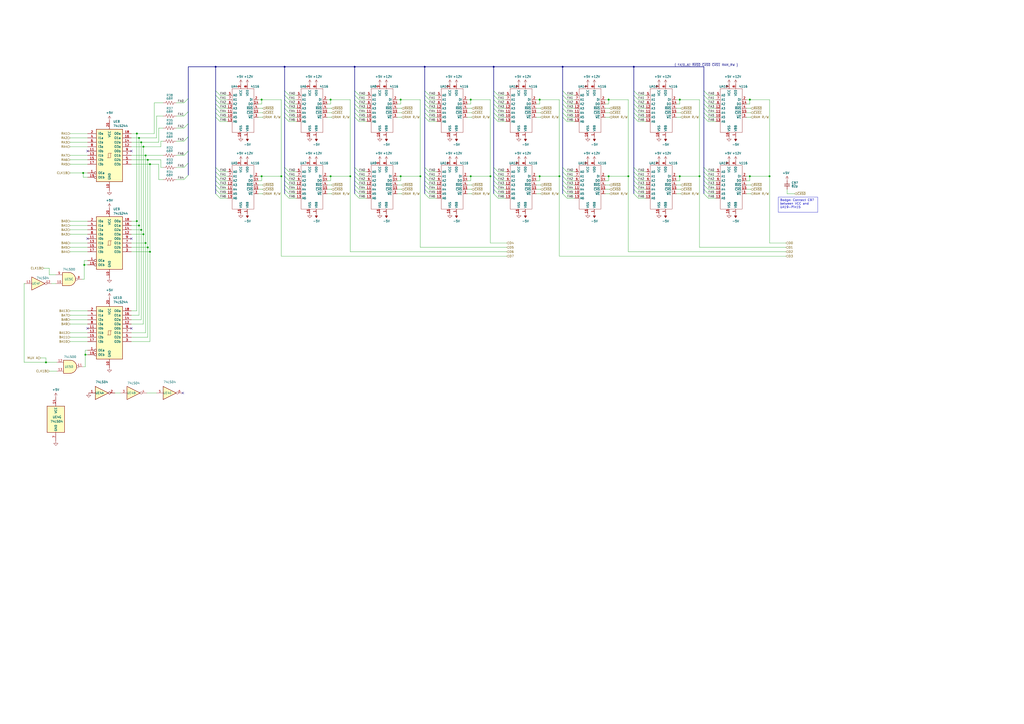
<source format=kicad_sch>
(kicad_sch (version 20250114) (generator "eeschema") (generator_version "9.0")
  (paper "A2")
  (title_block (title "Main RAM") (rev "E") (company "Commodore") (comment 1 "8032081-05") (comment 2 "Logic Diagram Universal Dynamic PET") (comment 3 "http://www.zimmers.net/anonftp/pub/cbm/schematics/computers/pet/univ/8032081-05.gif"))
  (text_box "Bodge: Connect C97 between VCC and UA19-Pin15\n" (at 451.485 114.3 0) (size 22.86 8.89) (margins 0.9525 0.9525 0.9525 0.9525) (effects (font (size 1.27 1.27)) (justify left top)))
  (junction (at 125.095 38.735))
  (junction (at 203.2 102.235))
  (junction (at 81.915 82.55))
  (junction (at 284.48 102.235))
  (junction (at 232.41 102.235))
  (junction (at 79.375 77.47))
  (junction (at 151.765 57.785))
  (junction (at 326.39 38.735))
  (junction (at 273.05 102.235))
  (junction (at 85.725 92.71))
  (junction (at 324.485 102.235))
  (junction (at 80.645 130.81))
  (junction (at 83.185 135.89))
  (junction (at 243.84 102.235))
  (junction (at 26.67 210.185))
  (junction (at 49.53 205.74))
  (junction (at 286.385 38.735))
  (junction (at 48.26 100.33))
  (junction (at 191.77 102.235))
  (junction (at 165.1 38.735))
  (junction (at 48.895 153.67))
  (junction (at 367.665 38.735))
  (junction (at 446.405 102.235))
  (junction (at 394.335 102.235))
  (junction (at 81.915 133.35))
  (junction (at 353.06 57.785))
  (junction (at 353.06 102.235))
  (junction (at 80.645 80.01))
  (junction (at 364.49 102.235))
  (junction (at 191.77 57.785))
  (junction (at 246.38 38.735))
  (junction (at 86.995 146.05))
  (junction (at 434.975 102.235))
  (junction (at 313.055 102.235))
  (junction (at 273.05 57.785))
  (junction (at 79.375 128.27))
  (junction (at 83.185 85.09))
  (junction (at 84.455 90.17))
  (junction (at 163.195 102.235))
  (junction (at 84.455 140.97))
  (junction (at 405.765 102.235))
  (junction (at 232.41 57.785))
  (junction (at 205.74 38.735))
  (junction (at 85.725 143.51))
  (junction (at 151.765 102.235))
  (junction (at 86.995 95.25))
  (junction (at 434.975 57.785))
  (junction (at 394.335 57.785))
  (junction (at 313.055 57.785))
  (no_connect (at 76.2 190.5))
  (no_connect (at 76.2 138.43))
  (no_connect (at 106.045 227.965))
  (no_connect (at 50.8 138.43))
  (no_connect (at 50.8 190.5))
  (no_connect (at 76.2 87.63))
  (no_connect (at 50.8 87.63))
  (bus_entry (at 326.39 60.325) (size 2.54 2.54))
  (bus_entry (at 205.74 65.405) (size 2.54 2.54))
  (bus_entry (at 408.305 109.855) (size 2.54 2.54))
  (bus_entry (at 246.38 57.785) (size 2.54 2.54))
  (bus_entry (at 367.665 104.775) (size 2.54 2.54))
  (bus_entry (at 367.665 102.235) (size 2.54 2.54))
  (bus_entry (at 246.38 112.395) (size 2.54 2.54))
  (bus_entry (at 125.095 62.865) (size 2.54 2.54))
  (bus_entry (at 408.305 55.245) (size 2.54 2.54))
  (bus_entry (at 367.665 67.945) (size 2.54 2.54))
  (bus_entry (at 205.74 102.235) (size 2.54 2.54))
  (bus_entry (at 125.095 60.325) (size 2.54 2.54))
  (bus_entry (at 165.1 52.705) (size 2.54 2.54))
  (bus_entry (at 125.095 55.245) (size 2.54 2.54))
  (bus_entry (at 408.305 99.695) (size 2.54 2.54))
  (bus_entry (at 326.39 112.395) (size 2.54 2.54))
  (bus_entry (at 109.22 87.63) (size -2.54 2.54))
  (bus_entry (at 165.1 62.865) (size 2.54 2.54))
  (bus_entry (at 326.39 65.405) (size 2.54 2.54))
  (bus_entry (at 109.22 64.77) (size -2.54 2.54))
  (bus_entry (at 165.1 97.155) (size 2.54 2.54))
  (bus_entry (at 286.385 99.695) (size 2.54 2.54))
  (bus_entry (at 125.095 112.395) (size 2.54 2.54))
  (bus_entry (at 367.665 99.695) (size 2.54 2.54))
  (bus_entry (at 286.385 102.235) (size 2.54 2.54))
  (bus_entry (at 205.74 107.315) (size 2.54 2.54))
  (bus_entry (at 205.74 57.785) (size 2.54 2.54))
  (bus_entry (at 246.38 62.865) (size 2.54 2.54))
  (bus_entry (at 165.1 112.395) (size 2.54 2.54))
  (bus_entry (at 326.39 67.945) (size 2.54 2.54))
  (bus_entry (at 326.39 52.705) (size 2.54 2.54))
  (bus_entry (at 326.39 62.865) (size 2.54 2.54))
  (bus_entry (at 246.38 97.155) (size 2.54 2.54))
  (bus_entry (at 326.39 99.695) (size 2.54 2.54))
  (bus_entry (at 246.38 104.775) (size 2.54 2.54))
  (bus_entry (at 326.39 97.155) (size 2.54 2.54))
  (bus_entry (at 408.305 62.865) (size 2.54 2.54))
  (bus_entry (at 408.305 57.785) (size 2.54 2.54))
  (bus_entry (at 286.385 60.325) (size 2.54 2.54))
  (bus_entry (at 408.305 60.325) (size 2.54 2.54))
  (bus_entry (at 408.305 67.945) (size 2.54 2.54))
  (bus_entry (at 408.305 52.705) (size 2.54 2.54))
  (bus_entry (at 165.1 109.855) (size 2.54 2.54))
  (bus_entry (at 367.665 107.315) (size 2.54 2.54))
  (bus_entry (at 125.095 104.775) (size 2.54 2.54))
  (bus_entry (at 286.385 104.775) (size 2.54 2.54))
  (bus_entry (at 408.305 65.405) (size 2.54 2.54))
  (bus_entry (at 125.095 97.155) (size 2.54 2.54))
  (bus_entry (at 367.665 112.395) (size 2.54 2.54))
  (bus_entry (at 109.22 71.755) (size -2.54 2.54))
  (bus_entry (at 205.74 52.705) (size 2.54 2.54))
  (bus_entry (at 408.305 112.395) (size 2.54 2.54))
  (bus_entry (at 246.38 65.405) (size 2.54 2.54))
  (bus_entry (at 125.095 109.855) (size 2.54 2.54))
  (bus_entry (at 109.22 94.615) (size -2.54 2.54))
  (bus_entry (at 205.74 104.775) (size 2.54 2.54))
  (bus_entry (at 165.1 102.235) (size 2.54 2.54))
  (bus_entry (at 205.74 97.155) (size 2.54 2.54))
  (bus_entry (at 367.665 52.705) (size 2.54 2.54))
  (bus_entry (at 125.095 52.705) (size 2.54 2.54))
  (bus_entry (at 125.095 99.695) (size 2.54 2.54))
  (bus_entry (at 286.385 65.405) (size 2.54 2.54))
  (bus_entry (at 367.665 62.865) (size 2.54 2.54))
  (bus_entry (at 246.38 55.245) (size 2.54 2.54))
  (bus_entry (at 205.74 109.855) (size 2.54 2.54))
  (bus_entry (at 165.1 60.325) (size 2.54 2.54))
  (bus_entry (at 246.38 109.855) (size 2.54 2.54))
  (bus_entry (at 165.1 67.945) (size 2.54 2.54))
  (bus_entry (at 286.385 109.855) (size 2.54 2.54))
  (bus_entry (at 286.385 112.395) (size 2.54 2.54))
  (bus_entry (at 205.74 55.245) (size 2.54 2.54))
  (bus_entry (at 326.39 109.855) (size 2.54 2.54))
  (bus_entry (at 205.74 112.395) (size 2.54 2.54))
  (bus_entry (at 109.22 101.6) (size -2.54 2.54))
  (bus_entry (at 408.305 107.315) (size 2.54 2.54))
  (bus_entry (at 109.22 57.15) (size -2.54 2.54))
  (bus_entry (at 286.385 52.705) (size 2.54 2.54))
  (bus_entry (at 165.1 99.695) (size 2.54 2.54))
  (bus_entry (at 165.1 104.775) (size 2.54 2.54))
  (bus_entry (at 367.665 97.155) (size 2.54 2.54))
  (bus_entry (at 205.74 67.945) (size 2.54 2.54))
  (bus_entry (at 125.095 65.405) (size 2.54 2.54))
  (bus_entry (at 125.095 67.945) (size 2.54 2.54))
  (bus_entry (at 205.74 60.325) (size 2.54 2.54))
  (bus_entry (at 125.095 57.785) (size 2.54 2.54))
  (bus_entry (at 246.38 60.325) (size 2.54 2.54))
  (bus_entry (at 286.385 62.865) (size 2.54 2.54))
  (bus_entry (at 367.665 55.245) (size 2.54 2.54))
  (bus_entry (at 246.38 107.315) (size 2.54 2.54))
  (bus_entry (at 367.665 65.405) (size 2.54 2.54))
  (bus_entry (at 367.665 57.785) (size 2.54 2.54))
  (bus_entry (at 286.385 57.785) (size 2.54 2.54))
  (bus_entry (at 286.385 67.945) (size 2.54 2.54))
  (bus_entry (at 367.665 60.325) (size 2.54 2.54))
  (bus_entry (at 246.38 102.235) (size 2.54 2.54))
  (bus_entry (at 408.305 102.235) (size 2.54 2.54))
  (bus_entry (at 125.095 102.235) (size 2.54 2.54))
  (bus_entry (at 165.1 57.785) (size 2.54 2.54))
  (bus_entry (at 326.39 55.245) (size 2.54 2.54))
  (bus_entry (at 165.1 107.315) (size 2.54 2.54))
  (bus_entry (at 165.1 65.405) (size 2.54 2.54))
  (bus_entry (at 286.385 107.315) (size 2.54 2.54))
  (bus_entry (at 246.38 52.705) (size 2.54 2.54))
  (bus_entry (at 326.39 104.775) (size 2.54 2.54))
  (bus_entry (at 367.665 109.855) (size 2.54 2.54))
  (bus_entry (at 165.1 55.245) (size 2.54 2.54))
  (bus_entry (at 326.39 57.785) (size 2.54 2.54))
  (bus_entry (at 408.305 104.775) (size 2.54 2.54))
  (bus_entry (at 205.74 62.865) (size 2.54 2.54))
  (bus_entry (at 109.22 79.375) (size -2.54 2.54))
  (bus_entry (at 125.095 107.315) (size 2.54 2.54))
  (bus_entry (at 326.39 107.315) (size 2.54 2.54))
  (bus_entry (at 286.385 97.155) (size 2.54 2.54))
  (bus_entry (at 286.385 55.245) (size 2.54 2.54))
  (bus_entry (at 205.74 99.695) (size 2.54 2.54))
  (bus_entry (at 326.39 102.235) (size 2.54 2.54))
  (bus_entry (at 246.38 99.695) (size 2.54 2.54))
  (bus_entry (at 408.305 97.155) (size 2.54 2.54))
  (bus_entry (at 246.38 67.945) (size 2.54 2.54))
  (wire (pts (xy 28.575 155.575) (xy 28.575 159.385)))
  (wire (pts (xy 230.505 62.865) (xy 233.045 62.865)))
  (wire (pts (xy 49.53 205.74) (xy 50.8 205.74)))
  (wire (pts (xy 288.925 60.325) (xy 293.37 60.325)))
  (bus (pts (xy 286.385 57.785) (xy 286.385 55.245)))
  (wire (pts (xy 203.2 146.05) (xy 203.2 102.235)))
  (wire (pts (xy 288.925 112.395) (xy 293.37 112.395)))
  (wire (pts (xy 370.205 62.865) (xy 374.65 62.865)))
  (wire (pts (xy 167.64 62.865) (xy 172.085 62.865)))
  (bus (pts (xy 286.385 55.245) (xy 286.385 52.705)))
  (wire (pts (xy 94.615 59.69) (xy 89.535 59.69)))
  (wire (pts (xy 189.865 67.945) (xy 192.405 67.945)))
  (bus (pts (xy 125.095 65.405) (xy 125.095 62.865)))
  (wire (pts (xy 271.145 62.865) (xy 273.685 62.865)))
  (wire (pts (xy 394.335 102.235) (xy 394.335 104.775)))
  (bus (pts (xy 286.385 65.405) (xy 286.385 67.945)))
  (wire (pts (xy 80.645 130.81) (xy 80.645 182.88)))
  (bus (pts (xy 125.095 104.775) (xy 125.095 102.235)))
  (wire (pts (xy 191.77 104.775) (xy 189.865 104.775)))
  (wire (pts (xy 288.925 70.485) (xy 293.37 70.485)))
  (wire (pts (xy 328.93 112.395) (xy 333.375 112.395)))
  (bus (pts (xy 367.665 52.705) (xy 367.665 55.245)))
  (wire (pts (xy 328.93 104.775) (xy 333.375 104.775)))
  (wire (pts (xy 248.92 65.405) (xy 253.365 65.405)))
  (wire (pts (xy 230.505 67.945) (xy 233.045 67.945)))
  (wire (pts (xy 271.145 67.945) (xy 273.685 67.945)))
  (wire (pts (xy 66.675 227.965) (xy 69.85 227.965)))
  (bus (pts (xy 205.74 97.155) (xy 205.74 99.695)))
  (wire (pts (xy 248.92 104.775) (xy 253.365 104.775)))
  (wire (pts (xy 151.765 57.785) (xy 151.765 60.325)))
  (wire (pts (xy 163.195 102.235) (xy 151.765 102.235)))
  (bus (pts (xy 165.1 99.695) (xy 165.1 97.155)))
  (bus (pts (xy 205.74 99.695) (xy 205.74 102.235)))
  (wire (pts (xy 392.43 62.865) (xy 394.97 62.865)))
  (wire (pts (xy 232.41 102.235) (xy 232.41 104.775)))
  (wire (pts (xy 94.615 74.295) (xy 92.075 74.295)))
  (wire (pts (xy 434.975 60.325) (xy 433.07 60.325)))
  (wire (pts (xy 40.64 187.96) (xy 50.8 187.96)))
  (wire (pts (xy 433.07 107.315) (xy 435.61 107.315)))
  (wire (pts (xy 248.92 60.325) (xy 253.365 60.325)))
  (bus (pts (xy 246.38 67.945) (xy 246.38 65.405)))
  (wire (pts (xy 167.64 99.695) (xy 172.085 99.695)))
  (wire (pts (xy 313.055 57.785) (xy 324.485 57.785)))
  (wire (pts (xy 328.93 99.695) (xy 333.375 99.695)))
  (wire (pts (xy 49.53 205.74) (xy 49.53 203.2)))
  (bus (pts (xy 367.665 109.855) (xy 367.665 107.315)))
  (wire (pts (xy 167.64 112.395) (xy 172.085 112.395)))
  (wire (pts (xy 311.15 57.785) (xy 313.055 57.785)))
  (bus (pts (xy 367.665 62.865) (xy 367.665 65.405)))
  (wire (pts (xy 248.92 55.245) (xy 253.365 55.245)))
  (wire (pts (xy 40.64 77.47) (xy 50.8 77.47)))
  (wire (pts (xy 351.155 107.315) (xy 353.695 107.315)))
  (bus (pts (xy 286.385 38.735) (xy 326.39 38.735)))
  (wire (pts (xy 85.09 227.965) (xy 90.805 227.965)))
  (bus (pts (xy 326.39 67.945) (xy 326.39 65.405)))
  (wire (pts (xy 48.895 153.67) (xy 50.8 153.67)))
  (wire (pts (xy 189.865 102.235) (xy 191.77 102.235)))
  (wire (pts (xy 324.485 148.59) (xy 324.485 102.235)))
  (wire (pts (xy 392.43 107.315) (xy 394.97 107.315)))
  (wire (pts (xy 86.995 95.25) (xy 76.2 95.25)))
  (wire (pts (xy 208.28 99.695) (xy 212.725 99.695)))
  (wire (pts (xy 106.68 74.295) (xy 102.235 74.295)))
  (wire (pts (xy 167.64 57.785) (xy 172.085 57.785)))
  (bus (pts (xy 246.38 60.325) (xy 246.38 57.785)))
  (bus (pts (xy 408.305 62.865) (xy 408.305 65.405)))
  (wire (pts (xy 127.635 60.325) (xy 132.08 60.325)))
  (bus (pts (xy 408.305 104.775) (xy 408.305 102.235)))
  (wire (pts (xy 127.635 62.865) (xy 132.08 62.865)))
  (wire (pts (xy 370.205 60.325) (xy 374.65 60.325)))
  (wire (pts (xy 328.93 62.865) (xy 333.375 62.865)))
  (wire (pts (xy 76.2 140.97) (xy 84.455 140.97)))
  (wire (pts (xy 370.205 114.935) (xy 374.65 114.935)))
  (bus (pts (xy 205.74 52.705) (xy 205.74 55.245)))
  (bus (pts (xy 109.22 38.735) (xy 125.095 38.735)))
  (bus (pts (xy 286.385 99.695) (xy 286.385 97.155)))
  (wire (pts (xy 127.635 112.395) (xy 132.08 112.395)))
  (bus (pts (xy 326.39 102.235) (xy 326.39 99.695)))
  (wire (pts (xy 364.49 57.785) (xy 364.49 102.235)))
  (wire (pts (xy 189.865 62.865) (xy 192.405 62.865)))
  (wire (pts (xy 49.53 212.725) (xy 49.53 205.74)))
  (wire (pts (xy 106.68 67.31) (xy 102.235 67.31)))
  (wire (pts (xy 189.865 107.315) (xy 192.405 107.315)))
  (wire (pts (xy 324.485 57.785) (xy 324.485 102.235)))
  (bus (pts (xy 326.39 62.865) (xy 326.39 60.325)))
  (wire (pts (xy 40.64 130.81) (xy 50.8 130.81)))
  (bus (pts (xy 326.39 38.735) (xy 326.39 52.705)))
  (wire (pts (xy 208.28 65.405) (xy 212.725 65.405)))
  (wire (pts (xy 76.2 80.01) (xy 80.645 80.01)))
  (wire (pts (xy 83.185 135.89) (xy 83.185 187.96)))
  (bus (pts (xy 326.39 112.395) (xy 326.39 109.855)))
  (bus (pts (xy 165.1 67.945) (xy 165.1 65.405)))
  (wire (pts (xy 90.805 67.31) (xy 90.805 80.01)))
  (wire (pts (xy 84.455 90.17) (xy 94.615 90.17)))
  (wire (pts (xy 92.075 74.295) (xy 92.075 82.55)))
  (wire (pts (xy 26.67 210.185) (xy 33.02 210.185)))
  (wire (pts (xy 311.15 107.315) (xy 313.69 107.315)))
  (wire (pts (xy 248.92 114.935) (xy 253.365 114.935)))
  (bus (pts (xy 246.38 102.235) (xy 246.38 99.695)))
  (wire (pts (xy 208.28 55.245) (xy 212.725 55.245)))
  (bus (pts (xy 246.38 97.155) (xy 246.38 67.945)))
  (bus (pts (xy 205.74 55.245) (xy 205.74 57.785)))
  (wire (pts (xy 33.02 215.265) (xy 28.575 215.265)))
  (wire (pts (xy 328.93 114.935) (xy 333.375 114.935)))
  (bus (pts (xy 246.38 38.735) (xy 205.74 38.735)))
  (bus (pts (xy 367.665 65.405) (xy 367.665 67.945)))
  (wire (pts (xy 208.28 109.855) (xy 212.725 109.855)))
  (wire (pts (xy 127.635 99.695) (xy 132.08 99.695)))
  (wire (pts (xy 94.615 67.31) (xy 90.805 67.31)))
  (wire (pts (xy 167.64 60.325) (xy 172.085 60.325)))
  (wire (pts (xy 433.07 62.865) (xy 435.61 62.865)))
  (wire (pts (xy 84.455 90.17) (xy 84.455 140.97)))
  (wire (pts (xy 461.01 112.395) (xy 456.565 112.395)))
  (bus (pts (xy 125.095 55.245) (xy 125.095 52.705)))
  (wire (pts (xy 40.64 146.05) (xy 50.8 146.05)))
  (bus (pts (xy 246.38 99.695) (xy 246.38 97.155)))
  (bus (pts (xy 326.39 60.325) (xy 326.39 57.785)))
  (wire (pts (xy 76.2 185.42) (xy 81.915 185.42)))
  (wire (pts (xy 434.975 57.785) (xy 446.405 57.785)))
  (wire (pts (xy 48.26 100.33) (xy 50.8 100.33)))
  (wire (pts (xy 76.2 193.04) (xy 84.455 193.04)))
  (wire (pts (xy 410.845 60.325) (xy 415.29 60.325)))
  (wire (pts (xy 191.77 102.235) (xy 203.2 102.235)))
  (wire (pts (xy 79.375 128.27) (xy 76.2 128.27)))
  (bus (pts (xy 408.305 107.315) (xy 408.305 104.775)))
  (wire (pts (xy 288.925 104.775) (xy 293.37 104.775)))
  (wire (pts (xy 392.43 112.395) (xy 394.97 112.395)))
  (bus (pts (xy 165.1 107.315) (xy 165.1 104.775)))
  (bus (pts (xy 246.38 107.315) (xy 246.38 104.775)))
  (bus (pts (xy 326.39 57.785) (xy 326.39 55.245)))
  (bus (pts (xy 367.665 38.735) (xy 408.305 38.735)))
  (bus (pts (xy 367.665 104.775) (xy 367.665 102.235)))
  (bus (pts (xy 367.665 99.695) (xy 367.665 97.155)))
  (wire (pts (xy 232.41 60.325) (xy 230.505 60.325)))
  (wire (pts (xy 273.05 102.235) (xy 284.48 102.235)))
  (wire (pts (xy 353.06 102.235) (xy 364.49 102.235)))
  (bus (pts (xy 165.1 109.855) (xy 165.1 107.315)))
  (wire (pts (xy 410.845 57.785) (xy 415.29 57.785)))
  (wire (pts (xy 370.205 109.855) (xy 374.65 109.855)))
  (wire (pts (xy 76.2 198.12) (xy 86.995 198.12)))
  (bus (pts (xy 125.095 67.945) (xy 125.095 65.405)))
  (wire (pts (xy 328.93 60.325) (xy 333.375 60.325)))
  (wire (pts (xy 288.925 57.785) (xy 293.37 57.785)))
  (wire (pts (xy 313.055 57.785) (xy 313.055 60.325)))
  (wire (pts (xy 394.335 57.785) (xy 394.335 60.325)))
  (wire (pts (xy 392.43 65.405) (xy 394.97 65.405)))
  (wire (pts (xy 167.64 114.935) (xy 172.085 114.935)))
  (wire (pts (xy 288.925 114.935) (xy 293.37 114.935)))
  (wire (pts (xy 40.64 140.97) (xy 50.8 140.97)))
  (wire (pts (xy 433.07 57.785) (xy 434.975 57.785)))
  (wire (pts (xy 40.64 182.88) (xy 50.8 182.88)))
  (wire (pts (xy 40.64 80.01) (xy 50.8 80.01)))
  (wire (pts (xy 80.645 80.01) (xy 80.645 130.81)))
  (bus (pts (xy 367.665 38.735) (xy 326.39 38.735)))
  (wire (pts (xy 328.93 109.855) (xy 333.375 109.855)))
  (bus (pts (xy 286.385 65.405) (xy 286.385 62.865)))
  (wire (pts (xy 273.05 102.235) (xy 273.05 104.775)))
  (wire (pts (xy 149.86 67.945) (xy 152.4 67.945)))
  (wire (pts (xy 149.86 65.405) (xy 152.4 65.405)))
  (wire (pts (xy 370.205 70.485) (xy 374.65 70.485)))
  (wire (pts (xy 313.055 60.325) (xy 311.15 60.325)))
  (wire (pts (xy 248.92 112.395) (xy 253.365 112.395)))
  (bus (pts (xy 165.1 62.865) (xy 165.1 60.325)))
  (wire (pts (xy 106.68 59.69) (xy 102.235 59.69)))
  (wire (pts (xy 48.895 151.13) (xy 50.8 151.13)))
  (wire (pts (xy 79.375 77.47) (xy 79.375 128.27)))
  (bus (pts (xy 286.385 60.325) (xy 286.385 57.785)))
  (bus (pts (xy 326.39 107.315) (xy 326.39 104.775)))
  (bus (pts (xy 408.305 38.735) (xy 408.305 52.705)))
  (bus (pts (xy 367.665 107.315) (xy 367.665 104.775)))
  (bus (pts (xy 165.1 97.155) (xy 165.1 67.945)))
  (wire (pts (xy 288.925 65.405) (xy 293.37 65.405)))
  (bus (pts (xy 246.38 112.395) (xy 246.38 109.855)))
  (bus (pts (xy 165.1 57.785) (xy 165.1 55.245)))
  (bus (pts (xy 205.74 60.325) (xy 205.74 62.865)))
  (wire (pts (xy 273.05 57.785) (xy 284.48 57.785)))
  (wire (pts (xy 433.07 67.945) (xy 435.61 67.945)))
  (wire (pts (xy 353.06 60.325) (xy 351.155 60.325)))
  (bus (pts (xy 125.095 102.235) (xy 125.095 99.695)))
  (wire (pts (xy 76.2 85.09) (xy 83.185 85.09)))
  (wire (pts (xy 163.195 148.59) (xy 163.195 102.235)))
  (wire (pts (xy 248.92 109.855) (xy 253.365 109.855)))
  (wire (pts (xy 271.145 109.855) (xy 273.685 109.855)))
  (wire (pts (xy 13.97 210.185) (xy 26.67 210.185)))
  (bus (pts (xy 408.305 52.705) (xy 408.305 55.245)))
  (wire (pts (xy 434.975 57.785) (xy 434.975 60.325)))
  (bus (pts (xy 408.305 67.945) (xy 408.305 97.155)))
  (wire (pts (xy 248.92 102.235) (xy 253.365 102.235)))
  (bus (pts (xy 205.74 65.405) (xy 205.74 67.945)))
  (wire (pts (xy 81.915 133.35) (xy 76.2 133.35)))
  (wire (pts (xy 40.64 85.09) (xy 50.8 85.09)))
  (wire (pts (xy 191.77 60.325) (xy 189.865 60.325)))
  (wire (pts (xy 313.055 104.775) (xy 311.15 104.775)))
  (wire (pts (xy 40.64 133.35) (xy 50.8 133.35)))
  (wire (pts (xy 102.235 97.155) (xy 106.68 97.155)))
  (bus (pts (xy 408.305 99.695) (xy 408.305 97.155)))
  (wire (pts (xy 76.2 77.47) (xy 79.375 77.47)))
  (wire (pts (xy 271.145 102.235) (xy 273.05 102.235)))
  (wire (pts (xy 49.53 203.2) (xy 50.8 203.2)))
  (bus (pts (xy 165.1 65.405) (xy 165.1 62.865)))
  (wire (pts (xy 288.925 109.855) (xy 293.37 109.855)))
  (wire (pts (xy 40.64 195.58) (xy 50.8 195.58)))
  (wire (pts (xy 93.345 97.155) (xy 93.345 92.71)))
  (bus (pts (xy 246.38 109.855) (xy 246.38 107.315)))
  (wire (pts (xy 313.055 102.235) (xy 324.485 102.235)))
  (wire (pts (xy 149.86 109.855) (xy 152.4 109.855)))
  (wire (pts (xy 284.48 102.235) (xy 284.48 140.97)))
  (wire (pts (xy 167.64 67.945) (xy 172.085 67.945)))
  (wire (pts (xy 81.915 133.35) (xy 81.915 82.55)))
  (wire (pts (xy 149.86 57.785) (xy 151.765 57.785)))
  (wire (pts (xy 40.64 198.12) (xy 50.8 198.12)))
  (bus (pts (xy 246.38 38.735) (xy 286.385 38.735)))
  (wire (pts (xy 370.205 65.405) (xy 374.65 65.405)))
  (wire (pts (xy 456.565 112.395) (xy 456.565 109.855)))
  (wire (pts (xy 446.405 57.785) (xy 446.405 102.235)))
  (wire (pts (xy 311.15 62.865) (xy 313.69 62.865)))
  (wire (pts (xy 328.93 107.315) (xy 333.375 107.315)))
  (wire (pts (xy 353.06 57.785) (xy 364.49 57.785)))
  (bus (pts (xy 165.1 109.855) (xy 165.1 112.395)))
  (bus (pts (xy 408.305 55.245) (xy 408.305 57.785)))
  (bus (pts (xy 205.74 107.315) (xy 205.74 109.855)))
  (bus (pts (xy 125.095 60.325) (xy 125.095 57.785)))
  (wire (pts (xy 28.575 159.385) (xy 32.385 159.385)))
  (wire (pts (xy 151.765 57.785) (xy 163.195 57.785)))
  (wire (pts (xy 410.845 112.395) (xy 415.29 112.395)))
  (wire (pts (xy 191.77 57.785) (xy 191.77 60.325)))
  (wire (pts (xy 370.205 102.235) (xy 374.65 102.235)))
  (wire (pts (xy 208.28 102.235) (xy 212.725 102.235)))
  (wire (pts (xy 149.86 102.235) (xy 151.765 102.235)))
  (wire (pts (xy 40.64 143.51) (xy 50.8 143.51)))
  (bus (pts (xy 246.38 57.785) (xy 246.38 55.245)))
  (wire (pts (xy 455.93 143.51) (xy 405.765 143.51)))
  (wire (pts (xy 89.535 77.47) (xy 79.375 77.47)))
  (wire (pts (xy 273.05 104.775) (xy 271.145 104.775)))
  (bus (pts (xy 367.665 102.235) (xy 367.665 99.695)))
  (bus (pts (xy 109.22 79.375) (xy 109.22 71.755)))
  (wire (pts (xy 311.15 102.235) (xy 313.055 102.235)))
  (bus (pts (xy 326.39 109.855) (xy 326.39 107.315)))
  (wire (pts (xy 127.635 65.405) (xy 132.08 65.405)))
  (wire (pts (xy 394.335 57.785) (xy 405.765 57.785)))
  (wire (pts (xy 167.64 55.245) (xy 172.085 55.245)))
  (wire (pts (xy 40.64 185.42) (xy 50.8 185.42)))
  (wire (pts (xy 48.895 161.925) (xy 48.895 153.67)))
  (wire (pts (xy 351.155 67.945) (xy 353.695 67.945)))
  (wire (pts (xy 40.64 180.34) (xy 50.8 180.34)))
  (wire (pts (xy 93.345 81.915) (xy 93.345 85.09)))
  (bus (pts (xy 408.305 57.785) (xy 408.305 60.325)))
  (wire (pts (xy 167.64 65.405) (xy 172.085 65.405)))
  (bus (pts (xy 125.095 109.855) (xy 125.095 107.315)))
  (bus (pts (xy 109.22 94.615) (xy 109.22 87.63)))
  (wire (pts (xy 288.925 99.695) (xy 293.37 99.695)))
  (wire (pts (xy 230.505 107.315) (xy 233.045 107.315)))
  (wire (pts (xy 127.635 57.785) (xy 132.08 57.785)))
  (bus (pts (xy 109.22 87.63) (xy 109.22 79.375)))
  (bus (pts (xy 205.74 57.785) (xy 205.74 60.325)))
  (wire (pts (xy 167.64 109.855) (xy 172.085 109.855)))
  (wire (pts (xy 288.925 67.945) (xy 293.37 67.945)))
  (wire (pts (xy 84.455 140.97) (xy 84.455 193.04)))
  (wire (pts (xy 364.49 146.05) (xy 364.49 102.235)))
  (bus (pts (xy 326.39 67.945) (xy 326.39 97.155)))
  (bus (pts (xy 408.305 102.235) (xy 408.305 99.695)))
  (wire (pts (xy 208.28 104.775) (xy 212.725 104.775)))
  (bus (pts (xy 367.665 55.245) (xy 367.665 57.785)))
  (wire (pts (xy 410.845 70.485) (xy 415.29 70.485)))
  (bus (pts (xy 367.665 57.785) (xy 367.665 60.325)))
  (bus (pts (xy 165.1 60.325) (xy 165.1 57.785)))
  (wire (pts (xy 433.07 109.855) (xy 435.61 109.855)))
  (bus (pts (xy 408.305 109.855) (xy 408.305 112.395)))
  (wire (pts (xy 40.64 92.71) (xy 50.8 92.71)))
  (wire (pts (xy 127.635 55.245) (xy 132.08 55.245)))
  (bus (pts (xy 408.305 60.325) (xy 408.305 62.865)))
  (wire (pts (xy 394.335 104.775) (xy 392.43 104.775)))
  (bus (pts (xy 246.38 62.865) (xy 246.38 60.325)))
  (bus (pts (xy 165.1 104.775) (xy 165.1 102.235)))
  (wire (pts (xy 76.2 82.55) (xy 81.915 82.55)))
  (wire (pts (xy 230.505 102.235) (xy 232.41 102.235)))
  (wire (pts (xy 410.845 55.245) (xy 415.29 55.245)))
  (wire (pts (xy 151.765 102.235) (xy 151.765 104.775)))
  (wire (pts (xy 243.84 57.785) (xy 243.84 102.235)))
  (wire (pts (xy 79.375 128.27) (xy 79.375 180.34)))
  (wire (pts (xy 106.68 90.17) (xy 102.235 90.17)))
  (bus (pts (xy 286.385 107.315) (xy 286.385 104.775)))
  (wire (pts (xy 405.765 143.51) (xy 405.765 102.235)))
  (wire (pts (xy 76.2 92.71) (xy 85.725 92.71)))
  (wire (pts (xy 410.845 102.235) (xy 415.29 102.235)))
  (bus (pts (xy 246.38 104.775) (xy 246.38 102.235)))
  (bus (pts (xy 205.74 109.855) (xy 205.74 112.395)))
  (wire (pts (xy 93.345 92.71) (xy 85.725 92.71)))
  (bus (pts (xy 367.665 112.395) (xy 367.665 109.855)))
  (wire (pts (xy 394.335 102.235) (xy 405.765 102.235)))
  (wire (pts (xy 189.865 109.855) (xy 192.405 109.855)))
  (bus (pts (xy 205.74 67.945) (xy 205.74 97.155)))
  (wire (pts (xy 83.185 135.89) (xy 76.2 135.89)))
  (wire (pts (xy 93.345 85.09) (xy 83.185 85.09)))
  (wire (pts (xy 106.68 81.915) (xy 102.235 81.915)))
  (wire (pts (xy 392.43 57.785) (xy 394.335 57.785)))
  (wire (pts (xy 328.93 65.405) (xy 333.375 65.405)))
  (wire (pts (xy 40.64 82.55) (xy 50.8 82.55)))
  (wire (pts (xy 232.41 104.775) (xy 230.505 104.775)))
  (wire (pts (xy 90.805 80.01) (xy 80.645 80.01)))
  (wire (pts (xy 208.28 62.865) (xy 212.725 62.865)))
  (wire (pts (xy 455.93 146.05) (xy 364.49 146.05)))
  (wire (pts (xy 86.995 198.12) (xy 86.995 146.05)))
  (wire (pts (xy 92.075 82.55) (xy 81.915 82.55)))
  (bus (pts (xy 286.385 102.235) (xy 286.385 99.695)))
  (wire (pts (xy 232.41 57.785) (xy 232.41 60.325)))
  (wire (pts (xy 313.055 102.235) (xy 313.055 104.775)))
  (bus (pts (xy 286.385 109.855) (xy 286.385 107.315)))
  (wire (pts (xy 370.205 57.785) (xy 374.65 57.785)))
  (bus (pts (xy 165.1 55.245) (xy 165.1 52.705)))
  (wire (pts (xy 167.64 70.485) (xy 172.085 70.485)))
  (bus (pts (xy 286.385 104.775) (xy 286.385 102.235)))
  (wire (pts (xy 47.625 161.925) (xy 48.895 161.925)))
  (wire (pts (xy 405.765 102.235) (xy 405.765 57.785)))
  (wire (pts (xy 351.155 57.785) (xy 353.06 57.785)))
  (bus (pts (xy 125.095 57.785) (xy 125.095 55.245)))
  (wire (pts (xy 14.605 164.465) (xy 13.97 164.465)))
  (wire (pts (xy 455.93 140.97) (xy 446.405 140.97)))
  (wire (pts (xy 230.505 57.785) (xy 232.41 57.785)))
  (bus (pts (xy 125.095 97.155) (xy 125.095 67.945)))
  (bus (pts (xy 109.22 101.6) (xy 109.22 94.615)))
  (wire (pts (xy 288.925 55.245) (xy 293.37 55.245)))
  (wire (pts (xy 294.005 148.59) (xy 163.195 148.59)))
  (wire (pts (xy 230.505 109.855) (xy 233.045 109.855)))
  (wire (pts (xy 288.925 107.315) (xy 293.37 107.315)))
  (wire (pts (xy 191.77 102.235) (xy 191.77 104.775)))
  (wire (pts (xy 243.84 143.51) (xy 243.84 102.235)))
  (wire (pts (xy 328.93 102.235) (xy 333.375 102.235)))
  (wire (pts (xy 410.845 62.865) (xy 415.29 62.865)))
  (bus (pts (xy 205.74 62.865) (xy 205.74 65.405)))
  (wire (pts (xy 23.495 207.645) (xy 26.67 207.645)))
  (wire (pts (xy 151.765 60.325) (xy 149.86 60.325)))
  (wire (pts (xy 191.77 57.785) (xy 203.2 57.785)))
  (wire (pts (xy 248.92 107.315) (xy 253.365 107.315)))
  (wire (pts (xy 311.15 65.405) (xy 313.69 65.405)))
  (wire (pts (xy 351.155 62.865) (xy 353.695 62.865)))
  (wire (pts (xy 127.635 107.315) (xy 132.08 107.315)))
  (wire (pts (xy 127.635 70.485) (xy 132.08 70.485)))
  (wire (pts (xy 248.92 62.865) (xy 253.365 62.865)))
  (wire (pts (xy 102.235 104.14) (xy 106.68 104.14)))
  (wire (pts (xy 167.64 107.315) (xy 172.085 107.315)))
  (wire (pts (xy 167.64 102.235) (xy 172.085 102.235)))
  (wire (pts (xy 13.97 164.465) (xy 13.97 210.185)))
  (wire (pts (xy 208.28 107.315) (xy 212.725 107.315)))
  (wire (pts (xy 208.28 70.485) (xy 212.725 70.485)))
  (bus (pts (xy 109.22 57.15) (xy 109.22 38.735)))
  (bus (pts (xy 125.095 52.705) (xy 125.095 38.735)))
  (wire (pts (xy 85.725 143.51) (xy 76.2 143.51)))
  (bus (pts (xy 205.74 38.735) (xy 205.74 52.705)))
  (wire (pts (xy 89.535 59.69) (xy 89.535 77.47)))
  (wire (pts (xy 248.92 70.485) (xy 253.365 70.485)))
  (wire (pts (xy 208.28 67.945) (xy 212.725 67.945)))
  (wire (pts (xy 328.93 55.245) (xy 333.375 55.245)))
  (bus (pts (xy 286.385 67.945) (xy 286.385 97.155)))
  (wire (pts (xy 434.975 104.775) (xy 433.07 104.775)))
  (wire (pts (xy 40.64 128.27) (xy 50.8 128.27)))
  (wire (pts (xy 433.07 65.405) (xy 435.61 65.405)))
  (wire (pts (xy 83.185 187.96) (xy 76.2 187.96)))
  (wire (pts (xy 271.145 65.405) (xy 273.685 65.405)))
  (wire (pts (xy 189.865 57.785) (xy 191.77 57.785)))
  (wire (pts (xy 149.86 107.315) (xy 152.4 107.315)))
  (wire (pts (xy 48.26 102.87) (xy 48.26 100.33)))
  (wire (pts (xy 271.145 112.395) (xy 273.685 112.395)))
  (wire (pts (xy 311.15 67.945) (xy 313.69 67.945)))
  (wire (pts (xy 351.155 112.395) (xy 353.695 112.395)))
  (wire (pts (xy 328.93 70.485) (xy 333.375 70.485)))
  (wire (pts (xy 40.64 193.04) (xy 50.8 193.04)))
  (bus (pts (xy 408.305 109.855) (xy 408.305 107.315)))
  (wire (pts (xy 271.145 57.785) (xy 273.05 57.785)))
  (wire (pts (xy 455.93 148.59) (xy 324.485 148.59)))
  (wire (pts (xy 248.92 67.945) (xy 253.365 67.945)))
  (wire (pts (xy 394.335 60.325) (xy 392.43 60.325)))
  (wire (pts (xy 434.975 102.235) (xy 434.975 104.775)))
  (wire (pts (xy 410.845 99.695) (xy 415.29 99.695)))
  (wire (pts (xy 288.925 102.235) (xy 293.37 102.235)))
  (wire (pts (xy 149.86 112.395) (xy 152.4 112.395)))
  (wire (pts (xy 76.2 180.34) (xy 79.375 180.34)))
  (bus (pts (xy 286.385 112.395) (xy 286.385 109.855)))
  (wire (pts (xy 48.895 153.67) (xy 48.895 151.13)))
  (bus (pts (xy 286.385 38.735) (xy 286.385 52.705)))
  (bus (pts (xy 326.39 99.695) (xy 326.39 97.155)))
  (wire (pts (xy 294.005 143.51) (xy 243.84 143.51)))
  (wire (pts (xy 273.05 57.785) (xy 273.05 60.325)))
  (bus (pts (xy 165.1 102.235) (xy 165.1 99.695)))
  (wire (pts (xy 208.28 60.325) (xy 212.725 60.325)))
  (wire (pts (xy 50.8 102.87) (xy 48.26 102.87)))
  (wire (pts (xy 410.845 65.405) (xy 415.29 65.405)))
  (wire (pts (xy 311.15 109.855) (xy 313.69 109.855)))
  (bus (pts (xy 246.38 52.705) (xy 246.38 38.735)))
  (wire (pts (xy 94.615 97.155) (xy 93.345 97.155)))
  (wire (pts (xy 86.995 146.05) (xy 76.2 146.05)))
  (bus (pts (xy 326.39 55.245) (xy 326.39 52.705)))
  (wire (pts (xy 410.845 104.775) (xy 415.29 104.775)))
  (wire (pts (xy 26.67 207.645) (xy 26.67 210.185)))
  (bus (pts (xy 246.38 55.245) (xy 246.38 52.705)))
  (wire (pts (xy 230.505 65.405) (xy 233.045 65.405)))
  (wire (pts (xy 410.845 114.935) (xy 415.29 114.935)))
  (wire (pts (xy 167.64 104.775) (xy 172.085 104.775)))
  (wire (pts (xy 351.155 102.235) (xy 353.06 102.235)))
  (wire (pts (xy 294.005 146.05) (xy 203.2 146.05)))
  (wire (pts (xy 127.635 102.235) (xy 132.08 102.235)))
  (wire (pts (xy 92.075 95.25) (xy 86.995 95.25)))
  (wire (pts (xy 80.645 130.81) (xy 76.2 130.81)))
  (bus (pts (xy 205.74 104.775) (xy 205.74 107.315)))
  (wire (pts (xy 353.06 104.775) (xy 351.155 104.775)))
  (wire (pts (xy 433.07 102.235) (xy 434.975 102.235)))
  (wire (pts (xy 40.64 100.33) (xy 48.26 100.33)))
  (wire (pts (xy 81.915 185.42) (xy 81.915 133.35)))
  (wire (pts (xy 94.615 104.14) (xy 92.075 104.14)))
  (wire (pts (xy 86.995 146.05) (xy 86.995 95.25)))
  (wire (pts (xy 370.205 55.245) (xy 374.65 55.245)))
  (wire (pts (xy 351.155 109.855) (xy 353.695 109.855)))
  (wire (pts (xy 85.725 195.58) (xy 76.2 195.58)))
  (bus (pts (xy 125.095 112.395) (xy 125.095 109.855)))
  (wire (pts (xy 284.48 57.785) (xy 284.48 102.235)))
  (wire (pts (xy 40.64 90.17) (xy 50.8 90.17)))
  (bus (pts (xy 246.38 65.405) (xy 246.38 62.865)))
  (wire (pts (xy 127.635 109.855) (xy 132.08 109.855)))
  (wire (pts (xy 48.26 212.725) (xy 49.53 212.725)))
  (bus (pts (xy 408.305 65.405) (xy 408.305 67.945)))
  (bus (pts (xy 125.095 107.315) (xy 125.095 104.775)))
  (bus (pts (xy 165.1 52.705) (xy 165.1 38.735)))
  (wire (pts (xy 328.93 67.945) (xy 333.375 67.945)))
  (wire (pts (xy 92.075 104.14) (xy 92.075 95.25)))
  (wire (pts (xy 29.845 164.465) (xy 32.385 164.465)))
  (wire (pts (xy 271.145 107.315) (xy 273.685 107.315)))
  (bus (pts (xy 205.74 102.235) (xy 205.74 104.775)))
  (wire (pts (xy 232.41 57.785) (xy 243.84 57.785)))
  (wire (pts (xy 25.4 155.575) (xy 28.575 155.575)))
  (bus (pts (xy 109.22 64.77) (xy 109.22 57.15)))
  (wire (pts (xy 85.725 92.71) (xy 85.725 143.51)))
  (bus (pts (xy 165.1 38.735) (xy 205.74 38.735)))
  (wire (pts (xy 410.845 67.945) (xy 415.29 67.945)))
  (bus (pts (xy 125.095 38.735) (xy 165.1 38.735)))
  (bus (pts (xy 109.22 71.755) (xy 109.22 64.77)))
  (wire (pts (xy 392.43 109.855) (xy 394.97 109.855)))
  (bus (pts (xy 367.665 60.325) (xy 367.665 62.865)))
  (wire (pts (xy 208.28 114.935) (xy 212.725 114.935)))
  (wire (pts (xy 248.92 99.695) (xy 253.365 99.695)))
  (wire (pts (xy 163.195 57.785) (xy 163.195 102.235)))
  (bus (pts (xy 326.39 104.775) (xy 326.39 102.235)))
  (wire (pts (xy 392.43 102.235) (xy 394.335 102.235)))
  (wire (pts (xy 94.615 81.915) (xy 93.345 81.915)))
  (wire (pts (xy 248.92 57.785) (xy 253.365 57.785)))
  (wire (pts (xy 311.15 112.395) (xy 313.69 112.395)))
  (wire (pts (xy 76.2 90.17) (xy 84.455 90.17)))
  (wire (pts (xy 446.405 140.97) (xy 446.405 102.235)))
  (bus (pts (xy 125.095 62.865) (xy 125.095 60.325)))
  (wire (pts (xy 151.765 104.775) (xy 149.86 104.775)))
  (wire (pts (xy 410.845 109.855) (xy 415.29 109.855)))
  (wire (pts (xy 127.635 114.935) (xy 132.08 114.935)))
  (wire (pts (xy 40.64 95.25) (xy 50.8 95.25)))
  (wire (pts (xy 351.155 65.405) (xy 353.695 65.405)))
  (wire (pts (xy 208.28 57.785) (xy 212.725 57.785)))
  (wire (pts (xy 273.05 60.325) (xy 271.145 60.325)))
  (wire (pts (xy 434.975 102.235) (xy 446.405 102.235)))
  (wire (pts (xy 370.205 99.695) (xy 374.65 99.695)))
  (wire (pts (xy 127.635 67.945) (xy 132.08 67.945)))
  (bus (pts (xy 326.39 65.405) (xy 326.39 62.865)))
  (wire (pts (xy 127.635 104.775) (xy 132.08 104.775)))
  (wire (pts (xy 149.86 62.865) (xy 152.4 62.865)))
  (wire (pts (xy 208.28 112.395) (xy 212.725 112.395)))
  (wire (pts (xy 370.205 67.945) (xy 374.65 67.945)))
  (wire (pts (xy 294.005 140.97) (xy 284.48 140.97)))
  (bus (pts (xy 286.385 62.865) (xy 286.385 60.325)))
  (wire (pts (xy 203.2 57.785) (xy 203.2 102.235)))
  (wire (pts (xy 353.06 57.785) (xy 353.06 60.325)))
  (wire (pts (xy 40.64 135.89) (xy 50.8 135.89)))
  (bus (pts (xy 367.665 67.945) (xy 367.665 97.155)))
  (wire (pts (xy 243.84 102.235) (xy 232.41 102.235)))
  (bus (pts (xy 125.095 99.695) (xy 125.095 97.155)))
  (wire (pts (xy 80.645 182.88) (xy 76.2 182.88)))
  (wire (pts (xy 433.07 112.395) (xy 435.61 112.395)))
  (wire (pts (xy 288.925 62.865) (xy 293.37 62.865)))
  (wire (pts (xy 230.505 112.395) (xy 233.045 112.395)))
  (wire (pts (xy 328.93 57.785) (xy 333.375 57.785)))
  (wire (pts (xy 189.865 65.405) (xy 192.405 65.405)))
  (bus (pts (xy 367.665 38.735) (xy 367.665 52.705)))
  (wire (pts (xy 410.845 107.315) (xy 415.29 107.315)))
  (wire (pts (xy 85.725 143.51) (xy 85.725 195.58)))
  (wire (pts (xy 370.205 107.315) (xy 374.65 107.315)))
  (wire (pts (xy 370.205 112.395) (xy 374.65 112.395)))
  (wire (pts (xy 370.205 104.775) (xy 374.65 104.775)))
  (wire (pts (xy 83.185 85.09) (xy 83.185 135.89)))
  (wire (pts (xy 392.43 67.945) (xy 394.97 67.945)))
  (wire (pts (xy 189.865 112.395) (xy 192.405 112.395)))
  (wire (pts (xy 353.06 102.235) (xy 353.06 104.775)))
  (label "FA0" (at 248.92 55.245 0))
  (label "FA4" (at 106.68 104.14 180))
  (label "FA4" (at 328.93 109.855 0))
  (label "FA5" (at 410.845 112.395 0))
  (label "FA6" (at 208.28 70.485 0))
  (label "FA4" (at 288.925 109.855 0))
  (label "FA0" (at 167.64 55.245 0))
  (label "FA5" (at 328.93 67.945 0))
  (label "FA3" (at 127.635 107.315 0))
  (label "FA3" (at 370.205 107.315 0))
  (label "FA6" (at 410.845 114.935 0))
  (label "FA5" (at 208.28 67.945 0))
  (label "FA4" (at 208.28 109.855 0))
  (label "FA6" (at 208.28 114.935 0))
  (label "FA5" (at 208.28 112.395 0))
  (label "FA1" (at 410.845 57.785 0))
  (label "FA2" (at 288.925 104.775 0))
  (label "FA0" (at 248.92 99.695 0))
  (label "FA4" (at 127.635 109.855 0))
  (label "FA3" (at 208.28 62.865 0))
  (label "FA6" (at 167.64 114.935 0))
  (label "FA2" (at 370.205 104.775 0))
  (label "FA3" (at 370.205 62.865 0))
  (label "FA1" (at 370.205 57.785 0))
  (label "FA4" (at 167.64 109.855 0))
  (label "FA0" (at 127.635 55.245 0))
  (label "FA3" (at 248.92 107.315 0))
  (label "FA1" (at 328.93 102.235 0))
  (label "FA3" (at 410.845 62.865 0))
  (label "FA0" (at 410.845 99.695 0))
  (label "FA2" (at 127.635 104.775 0))
  (label "FA3" (at 328.93 62.865 0))
  (label "FA6" (at 370.205 70.485 0))
  (label "FA3" (at 288.925 62.865 0))
  (label "FA2" (at 106.68 74.295 180))
  (label "FA5" (at 127.635 67.945 0))
  (label "FA2" (at 127.635 60.325 0))
  (label "FA2" (at 328.93 104.775 0))
  (label "FA0" (at 167.64 99.695 0))
  (label "FA3" (at 127.635 62.865 0))
  (label "FA5" (at 127.635 112.395 0))
  (label "FA6" (at 127.635 70.485 0))
  (label "FA6" (at 288.925 114.935 0))
  (label "FA0" (at 370.205 55.245 0))
  (label "FA5" (at 370.205 67.945 0))
  (label "FA3" (at 248.92 62.865 0))
  (label "FA0" (at 208.28 55.245 0))
  (label "FA2" (at 167.64 60.325 0))
  (label "FA1" (at 248.92 102.235 0))
  (label "FA5" (at 410.845 67.945 0))
  (label "FA4" (at 127.635 65.405 0))
  (label "FA4" (at 410.845 109.855 0))
  (label "FA5" (at 167.64 112.395 0))
  (label "FA6" (at 106.68 90.17 180))
  (label "FA2" (at 370.205 60.325 0))
  (label "FA2" (at 208.28 60.325 0))
  (label "FA1" (at 167.64 57.785 0))
  (label "FA4" (at 370.205 65.405 0))
  (label "FA4" (at 167.64 65.405 0))
  (label "FA2" (at 248.92 104.775 0))
  (label "FA2" (at 288.925 60.325 0))
  (label "FA4" (at 288.925 65.405 0))
  (label "FA1" (at 208.28 57.785 0))
  (label "FA1" (at 328.93 57.785 0))
  (label "FA5" (at 167.64 67.945 0))
  (label "FA1" (at 248.92 57.785 0))
  (label "FA1" (at 127.635 57.785 0))
  (label "FA3" (at 410.845 107.315 0))
  (label "FA6" (at 410.845 70.485 0))
  (label "FA3" (at 167.64 62.865 0))
  (label "FA3" (at 328.93 107.315 0))
  (label "FA1" (at 370.205 102.235 0))
  (label "FA6" (at 328.93 70.485 0))
  (label "FA6" (at 328.93 114.935 0))
  (label "FA6" (at 370.205 114.935 0))
  (label "FA2" (at 248.92 60.325 0))
  (label "FA0" (at 370.205 99.695 0))
  (label "FA0" (at 106.68 59.69 180))
  (label "FA1" (at 288.925 102.235 0))
  (label "FA5" (at 288.925 67.945 0))
  (label "FA0" (at 288.925 99.695 0))
  (label "FA3" (at 208.28 107.315 0))
  (label "FA4" (at 410.845 65.405 0))
  (label "FA5" (at 106.68 97.155 180))
  (label "FA3" (at 106.68 81.915 180))
  (label "FA1" (at 288.925 57.785 0))
  (label "FA6" (at 127.635 114.935 0))
  (label "FA4" (at 370.205 109.855 0))
  (label "FA5" (at 328.93 112.395 0))
  (label "FA5" (at 248.92 112.395 0))
  (label "FA6" (at 167.64 70.485 0))
  (label "FA2" (at 410.845 104.775 0))
  (label "FA5" (at 370.205 112.395 0))
  (label "FA2" (at 328.93 60.325 0))
  (label "FA3" (at 167.64 107.315 0))
  (label "FA0" (at 208.28 99.695 0))
  (label "FA4" (at 248.92 109.855 0))
  (label "FA5" (at 248.92 67.945 0))
  (label "FA4" (at 328.93 65.405 0))
  (label "FA2" (at 208.28 104.775 0))
  (label "FA6" (at 248.92 114.935 0))
  (label "FA0" (at 127.635 99.695 0))
  (label "FA4" (at 248.92 65.405 0))
  (label "FA0" (at 328.93 99.695 0))
  (label "FA2" (at 167.64 104.775 0))
  (label "FA1" (at 167.64 102.235 0))
  (label "FA4" (at 208.28 65.405 0))
  (label "FA6" (at 248.92 70.485 0))
  (label "FA0" (at 410.845 55.245 0))
  (label "FA1" (at 208.28 102.235 0))
  (label "FA5" (at 288.925 112.395 0))
  (label "FA1" (at 127.635 102.235 0))
  (label "FA3" (at 288.925 107.315 0))
  (label "FA1" (at 106.68 67.31 180))
  (label "FA2" (at 410.845 60.325 0))
  (label "FA0" (at 288.925 55.245 0))
  (label "FA6" (at 288.925 70.485 0))
  (label "{ FA[0..6] ~{RAS0} ~{CAS0} ~{CAS1} RAM_RW }" (at 391.16 38.735 0))
  (label "FA0" (at 328.93 55.245 0))
  (label "FA1" (at 410.845 102.235 0))
  (hierarchical_label "RAM R{slash}W" (shape input) (at 435.61 112.395 0))
  (hierarchical_label "BA12" (shape input) (at 40.64 193.04 180))
  (hierarchical_label "~{RAS0}" (shape input) (at 394.97 107.315 0))
  (hierarchical_label "~{CAS1}" (shape input) (at 192.405 65.405 0))
  (hierarchical_label "~{RAS0}" (shape input) (at 192.405 107.315 0))
  (hierarchical_label "RAM R{slash}W" (shape input) (at 192.405 67.945 0))
  (hierarchical_label "~{CAS0}" (shape input) (at 313.69 109.855 0))
  (hierarchical_label "RA7" (shape input) (at 40.64 90.17 180))
  (hierarchical_label "D4" (shape input) (at 294.005 140.97 0))
  (hierarchical_label "RAM R{slash}W" (shape input) (at 273.685 112.395 0))
  (hierarchical_label "RAM R{slash}W" (shape input) (at 233.045 112.395 0))
  (hierarchical_label "D6" (shape input) (at 294.005 146.05 0))
  (hierarchical_label "BA5" (shape input) (at 40.64 143.51 180))
  (hierarchical_label "~{RAS0}" (shape input) (at 313.69 107.315 0))
  (hierarchical_label "RAM R{slash}W" (shape input) (at 353.695 112.395 0))
  (hierarchical_label "BA7" (shape input) (at 40.64 182.88 180))
  (hierarchical_label "RAM R{slash}W" (shape input) (at 394.97 112.395 0))
  (hierarchical_label "~{CAS1}" (shape input) (at 152.4 65.405 0))
  (hierarchical_label "~{RAS0}" (shape input) (at 192.405 62.865 0))
  (hierarchical_label "~{CAS0}" (shape input) (at 233.045 109.855 0))
  (hierarchical_label "~{CAS0}" (shape input) (at 192.405 109.855 0))
  (hierarchical_label "~{CAS0}" (shape input) (at 394.97 109.855 0))
  (hierarchical_label "~{CAS0}" (shape input) (at 152.4 109.855 0))
  (hierarchical_label "BA0" (shape input) (at 40.64 128.27 180))
  (hierarchical_label "BA10" (shape input) (at 40.64 198.12 180))
  (hierarchical_label "~{RAS0}" (shape input) (at 313.69 62.865 0))
  (hierarchical_label "BA11" (shape input) (at 40.64 195.58 180))
  (hierarchical_label "RAM R{slash}W" (shape input) (at 313.69 112.395 0))
  (hierarchical_label "RAM R{slash}W" (shape input) (at 273.685 67.945 0))
  (hierarchical_label "CLK1B" (shape input) (at 40.64 100.33 180))
  (hierarchical_label "RAM R{slash}W" (shape input) (at 313.69 67.945 0))
  (hierarchical_label "~{RAS0}" (shape input) (at 273.685 62.865 0))
  (hierarchical_label "~{CAS1}" (shape input) (at 273.685 65.405 0))
  (hierarchical_label "RAM R{slash}W" (shape input) (at 394.97 67.945 0))
  (hierarchical_label "~{RAS0}" (shape input) (at 353.695 62.865 0))
  (hierarchical_label "~{CAS1}" (shape input) (at 353.695 65.405 0))
  (hierarchical_label "RA6" (shape input) (at 40.64 92.71 180))
  (hierarchical_label "~{CAS1}" (shape input) (at 394.97 65.405 0))
  (hierarchical_label "RAM R{slash}W" (shape input) (at 353.695 67.945 0))
  (hierarchical_label "BA8" (shape input) (at 40.64 185.42 180))
  (hierarchical_label "BA13" (shape input) (at 40.64 180.34 180))
  (hierarchical_label "~{RAS0}" (shape input) (at 353.695 107.315 0))
  (hierarchical_label "RA5" (shape input) (at 40.64 95.25 180))
  (hierarchical_label "MUX A" (shape input) (at 23.495 207.645 180))
  (hierarchical_label "~{RAS0}" (shape input) (at 152.4 62.865 0))
  (hierarchical_label "BA9" (shape input) (at 40.64 187.96 180))
  (hierarchical_label "RAM R{slash}W" (shape input) (at 152.4 112.395 0))
  (hierarchical_label "CLK1B" (shape input) (at 28.575 215.265 180))
  (hierarchical_label "~{CAS1}" (shape input) (at 435.61 65.405 0))
  (hierarchical_label "RA2" (shape input) (at 40.64 80.01 180))
  (hierarchical_label "~{RAS0}" (shape input) (at 273.685 107.315 0))
  (hierarchical_label "~{CAS0}" (shape input) (at 435.61 109.855 0))
  (hierarchical_label "~{CAS0}" (shape input) (at 353.695 109.855 0))
  (hierarchical_label "CLK1B" (shape input) (at 25.4 155.575 180))
  (hierarchical_label "RAM R{slash}W" (shape input) (at 233.045 67.945 0))
  (hierarchical_label "D1" (shape input) (at 455.93 143.51 0))
  (hierarchical_label "D2" (shape input) (at 455.93 146.05 0))
  (hierarchical_label "D5" (shape input) (at 294.005 143.51 0))
  (hierarchical_label "~{RAS0}" (shape input) (at 394.97 62.865 0))
  (hierarchical_label "~{RAS0}" (shape input) (at 435.61 107.315 0))
  (hierarchical_label "BA3" (shape input) (at 40.64 135.89 180))
  (hierarchical_label "~{CAS0}" (shape input) (at 461.01 112.395 0))
  (hierarchical_label "~{RAS0}" (shape input) (at 233.045 107.315 0))
  (hierarchical_label "BA1" (shape input) (at 40.64 130.81 180))
  (hierarchical_label "BA4" (shape input) (at 40.64 146.05 180))
  (hierarchical_label "BA2" (shape input) (at 40.64 133.35 180))
  (hierarchical_label "RAM R{slash}W" (shape input) (at 152.4 67.945 0))
  (hierarchical_label "RA1" (shape input) (at 40.64 77.47 180))
  (hierarchical_label "~{RAS0}" (shape input) (at 233.045 62.865 0))
  (hierarchical_label "~{CAS1}" (shape input) (at 233.045 65.405 0))
  (hierarchical_label "D0" (shape input) (at 455.93 140.97 0))
  (hierarchical_label "BA6" (shape input) (at 40.64 140.97 180))
  (hierarchical_label "D3" (shape input) (at 455.93 148.59 0))
  (hierarchical_label "RA3" (shape input) (at 40.64 82.55 180))
  (hierarchical_label "RA4" (shape input) (at 40.64 85.09 180))
  (hierarchical_label "~{RAS0}" (shape input) (at 152.4 107.315 0))
  (hierarchical_label "D7" (shape input) (at 294.005 148.59 0))
  (hierarchical_label "RAM R{slash}W" (shape input) (at 435.61 67.945 0))
  (hierarchical_label "~{CAS1}" (shape input) (at 313.69 65.405 0))
  (hierarchical_label "RAM R{slash}W" (shape input) (at 192.405 112.395 0))
  (hierarchical_label "~{CAS0}" (shape input) (at 273.685 109.855 0))
  (hierarchical_label "~{RAS0}" (shape input) (at 435.61 62.865 0))
  (symbol (lib_id "power:-5V") (at 143.51 79.375 180) (unit 1)
    (property "Reference" "#PWR0180" (effects (hide yes)))
    (property "Value" "-5V" (at 143.51 83.82 0))
  )
  (symbol (lib_id "power:-5V") (at 426.72 123.825 180) (unit 1)
    (property "Reference" "#PWR0198" (effects (hide yes)))
    (property "Value" "-5V" (at 426.72 128.27 0))
  )
  (symbol (lib_id "74xx:74LS04") (at 59.055 227.965 0) (unit 1)
    (property "Reference" "UE4" (at 57.785 227.965 0))
    (property "Value" "74LS04" (at 59.055 221.615 0))
    (property "Footprint" "Package_DIP:DIP-14_W7.62mm" (effects (hide yes)))
    (property "Datasheet" "http://www.ti.com/lit/gpn/sn74LS04" (effects (hide yes)))
  )
  (symbol (lib_id "power:-5V") (at 426.72 79.375 180) (unit 1)
    (property "Reference" "#PWR0196" (effects (hide yes)))
    (property "Value" "-5V" (at 426.72 83.82 0))
  )
  (symbol (lib_id "power:GND") (at 63.5 213.36 0) (unit 1)
    (property "Reference" "#PWR0146" (effects (hide yes)))
    (property "Value" "GND" (effects (hide yes)))
  )
  (symbol (lib_id "power:+5V") (at 32.385 230.505 0) (unit 1)
    (property "Reference" "#PWR0303" (effects (hide yes)))
    (property "Value" "+5V" (at 32.385 226.06 0))
  )
  (symbol (lib_id "74xx:74LS00") (at 40.005 161.925 0) (unit 3)
    (property "Reference" "UE5" (at 40.005 161.925 0))
    (property "Value" "74LS00" (at 39.9967 156.21 0))
    (property "Footprint" "Package_DIP:DIP-14_W7.62mm" (effects (hide yes)))
    (property "Datasheet" "http://www.ti.com/lit/gpn/sn74ls00" (effects (hide yes)))
  )
  (symbol (lib_id "power:+5V") (at 340.995 93.345 0) (unit 1)
    (property "Reference" "#PWR0170" (effects (hide yes)))
    (property "Value" "+5V" (at 340.36 88.9 0))
  )
  (symbol (lib_id "RAM:4116") (at 298.45 60.325 0) (unit 1)
    (property "Reference" "UA12" (at 295.275 50.165 0) (effects (justify left)))
    (property "Value" "4116" (at 306.705 50.165 0) (effects (justify left)))
    (property "Footprint" "Package_DIP:DIP-16_W7.62mm" (effects (hide yes)))
  )
  (symbol (lib_id "RAM:4116") (at 420.37 104.775 0) (unit 1)
    (property "Reference" "UA19" (at 417.195 94.615 0) (effects (justify left)))
    (property "Value" "4116" (at 428.625 94.615 0) (effects (justify left)))
    (property "Footprint" "Package_DIP:DIP-16_W7.62mm" (effects (hide yes)))
  )
  (symbol (lib_id "power:+12V") (at 426.72 48.895 0) (unit 1)
    (property "Reference" "#PWR0166" (effects (hide yes)))
    (property "Value" "+12V" (at 427.355 44.45 0))
  )
  (symbol (lib_id "power:+12V") (at 386.08 93.345 0) (unit 1)
    (property "Reference" "#PWR0169" (effects (hide yes)))
    (property "Value" "+12V" (at 386.715 88.9 0))
  )
  (symbol (lib_id "RAM:4116") (at 217.805 104.775 0) (unit 1)
    (property "Reference" "UA9" (at 214.63 94.615 0) (effects (justify left)))
    (property "Value" "4116" (at 226.06 94.615 0) (effects (justify left)))
    (property "Footprint" "Package_DIP:DIP-16_W7.62mm" (effects (hide yes)))
  )
  (symbol (lib_id "74xx:74LS04") (at 77.47 227.965 0) (unit 2)
    (property "Reference" "UE4" (at 76.2 227.965 0))
    (property "Value" "74LS04" (at 77.47 222.25 0))
    (property "Footprint" "Package_DIP:DIP-14_W7.62mm" (effects (hide yes)))
    (property "Datasheet" "http://www.ti.com/lit/gpn/sn74LS04" (effects (hide yes)))
  )
  (symbol (lib_id "power:+5V") (at 220.345 93.345 0) (unit 1)
    (property "Reference" "#PWR0176" (effects (hide yes)))
    (property "Value" "+5V" (at 219.71 88.9 0))
  )
  (symbol (lib_id "power:-5V") (at 183.515 123.825 180) (unit 1)
    (property "Reference" "#PWR0210" (effects (hide yes)))
    (property "Value" "-5V" (at 183.515 128.27 0))
  )
  (symbol (lib_id "Device:R_US") (at 98.425 67.31 90) (unit 1)
    (property "Reference" "R37" (at 98.425 62.865 90))
    (property "Value" "68R" (at 98.425 64.77 90))
    (property "Footprint" "Resistors:R_Axial" (effects (hide yes)))
  )
  (symbol (lib_id "Device:R_US") (at 98.425 90.17 90) (unit 1)
    (property "Reference" "R32" (at 98.425 85.725 90))
    (property "Value" "68R" (at 98.425 87.63 90))
    (property "Footprint" "Resistors:R_Axial" (effects (hide yes)))
  )
  (symbol (lib_id "Device:R_US") (at 98.425 81.915 90) (unit 1)
    (property "Reference" "R36" (at 98.425 77.47 90))
    (property "Value" "68R" (at 98.425 79.375 90))
    (property "Footprint" "Resistors:R_Axial" (effects (hide yes)))
  )
  (symbol (lib_id "power:+5V") (at 382.27 93.345 0) (unit 1)
    (property "Reference" "#PWR0155" (effects (hide yes)))
    (property "Value" "+5V" (at 381.635 88.9 0))
  )
  (symbol (lib_id "power:+12V") (at 264.795 93.345 0) (unit 1)
    (property "Reference" "#PWR0175" (effects (hide yes)))
    (property "Value" "+12V" (at 265.43 88.9 0))
  )
  (symbol (lib_id "power:GND") (at 422.91 123.825 0) (unit 1)
    (property "Reference" "#PWR0197" (effects (hide yes)))
    (property "Value" "GND" (effects (hide yes)))
  )
  (symbol (lib_id "power:GND") (at 382.27 123.825 0) (unit 1)
    (property "Reference" "#PWR0199" (effects (hide yes)))
    (property "Value" "GND" (effects (hide yes)))
  )
  (symbol (lib_id "power:+5V") (at 139.7 93.345 0) (unit 1)
    (property "Reference" "#PWR0163" (effects (hide yes)))
    (property "Value" "+5V" (at 139.065 88.9 0))
  )
  (symbol (lib_id "power:-5V") (at 264.795 79.375 180) (unit 1)
    (property "Reference" "#PWR0188" (effects (hide yes)))
    (property "Value" "-5V" (at 264.795 83.82 0))
  )
  (symbol (lib_id "Device:R_US") (at 98.425 97.155 90) (unit 1)
    (property "Reference" "R33" (at 98.425 92.71 90))
    (property "Value" "68R" (at 98.425 94.615 90))
    (property "Footprint" "Resistors:R_Axial" (effects (hide yes)))
  )
  (symbol (lib_id "power:+5V") (at 456.565 104.775 0) (unit 1)
    (property "Reference" "#PWR0336" (effects (hide yes)))
    (property "Value" "+5V" (at 455.93 100.33 0))
  )
  (symbol (lib_id "power:GND") (at 260.985 123.825 0) (unit 1)
    (property "Reference" "#PWR0205" (effects (hide yes)))
    (property "Value" "GND" (effects (hide yes)))
  )
  (symbol (lib_id "power:+5V") (at 220.345 48.895 0) (unit 1)
    (property "Reference" "#PWR0152" (effects (hide yes)))
    (property "Value" "+5V" (at 219.71 44.45 0))
  )
  (symbol (lib_id "74xx:74LS244") (at 63.5 90.17 0) (unit 1)
    (property "Reference" "UE8" (at 65.6941 70.485 0) (effects (justify left)))
    (property "Value" "74LS244" (at 65.6941 73.025 0) (effects (justify left)))
    (property "Footprint" "Package_DIP:DIP-20_W7.62mm" (effects (hide yes)))
    (property "Datasheet" "http://www.ti.com/lit/ds/symlink/sn74ls244.pdf" (effects (hide yes)))
  )
  (symbol (lib_id "74xx:74LS00") (at 40.64 212.725 0) (unit 4)
    (property "Reference" "UE5" (at 40.005 212.725 0))
    (property "Value" "74LS00" (at 40.6317 207.01 0))
    (property "Footprint" "Package_DIP:DIP-14_W7.62mm" (effects (hide yes)))
    (property "Datasheet" "http://www.ti.com/lit/gpn/sn74ls00" (effects (hide yes)))
  )
  (symbol (lib_id "power:GND") (at 300.99 123.825 0) (unit 1)
    (property "Reference" "#PWR0203" (effects (hide yes)))
    (property "Value" "GND" (effects (hide yes)))
  )
  (symbol (lib_id "power:+5V") (at 422.91 93.345 0) (unit 1)
    (property "Reference" "#PWR0167" (effects (hide yes)))
    (property "Value" "+5V" (at 422.275 88.9 0))
  )
  (symbol (lib_id "power:GND") (at 179.705 123.825 0) (unit 1)
    (property "Reference" "#PWR0209" (effects (hide yes)))
    (property "Value" "GND" (effects (hide yes)))
  )
  (symbol (lib_id "power:GND") (at 340.995 79.375 0) (unit 1)
    (property "Reference" "#PWR0191" (effects (hide yes)))
    (property "Value" "GND" (effects (hide yes)))
  )
  (symbol (lib_id "power:+5V") (at 179.705 93.345 0) (unit 1)
    (property "Reference" "#PWR0148" (effects (hide yes)))
    (property "Value" "+5V" (at 179.07 88.9 0))
  )
  (symbol (lib_id "power:+5V") (at 422.91 48.895 0) (unit 1)
    (property "Reference" "#PWR0165" (effects (hide yes)))
    (property "Value" "+5V" (at 422.275 44.45 0))
  )
  (symbol (lib_id "power:-5V") (at 143.51 123.825 180) (unit 1)
    (property "Reference" "#PWR0182" (effects (hide yes)))
    (property "Value" "-5V" (at 143.51 128.27 0))
  )
  (symbol (lib_id "power:+5V") (at 300.99 93.345 0) (unit 1)
    (property "Reference" "#PWR0172" (effects (hide yes)))
    (property "Value" "+5V" (at 300.355 88.9 0))
  )
  (symbol (lib_id "power:+5V") (at 340.995 48.895 0) (unit 1)
    (property "Reference" "#PWR0159" (effects (hide yes)))
    (property "Value" "+5V" (at 340.36 44.45 0))
  )
  (symbol (lib_id "RAM:4116") (at 177.165 60.325 0) (unit 1)
    (property "Reference" "UA6" (at 173.99 50.165 0) (effects (justify left)))
    (property "Value" "4116" (at 185.42 50.165 0) (effects (justify left)))
    (property "Footprint" "Package_DIP:DIP-16_W7.62mm" (effects (hide yes)))
  )
  (symbol (lib_id "power:GND") (at 220.345 79.375 0) (unit 1)
    (property "Reference" "#PWR0185" (effects (hide yes)))
    (property "Value" "GND" (effects (hide yes)))
  )
  (symbol (lib_id "power:+5V") (at 179.705 48.895 0) (unit 1)
    (property "Reference" "#PWR0150" (effects (hide yes)))
    (property "Value" "+5V" (at 179.07 44.45 0))
  )
  (symbol (lib_id "RAM:4116") (at 379.73 60.325 0) (unit 1)
    (property "Reference" "UA16" (at 376.555 50.165 0) (effects (justify left)))
    (property "Value" "4116" (at 387.985 50.165 0) (effects (justify left)))
    (property "Footprint" "Package_DIP:DIP-16_W7.62mm" (effects (hide yes)))
  )
  (symbol (lib_id "power:+5V") (at 63.5 120.65 0) (unit 1)
    (property "Reference" "#PWR0143" (effects (hide yes)))
    (property "Value" "+5V" (at 63.5 116.205 0))
  )
  (symbol (lib_id "power:+12V") (at 304.8 93.345 0) (unit 1)
    (property "Reference" "#PWR0173" (effects (hide yes)))
    (property "Value" "+12V" (at 305.435 88.9 0))
  )
  (symbol (lib_id "power:-5V") (at 224.155 123.825 180) (unit 1)
    (property "Reference" "#PWR0208" (effects (hide yes)))
    (property "Value" "-5V" (at 224.155 128.27 0))
  )
  (symbol (lib_id "RAM:4116") (at 298.45 104.775 0) (unit 1)
    (property "Reference" "UA13" (at 295.275 94.615 0) (effects (justify left)))
    (property "Value" "4116" (at 306.705 94.615 0) (effects (justify left)))
    (property "Footprint" "Package_DIP:DIP-16_W7.62mm" (effects (hide yes)))
  )
  (symbol (lib_id "Device:R_US") (at 98.425 74.295 90) (unit 1)
    (property "Reference" "R35" (at 98.425 69.85 90))
    (property "Value" "68R" (at 98.425 71.755 90))
    (property "Footprint" "Resistors:R_Axial" (effects (hide yes)))
  )
  (symbol (lib_id "power:+12V") (at 304.8 48.895 0) (unit 1)
    (property "Reference" "#PWR0158" (effects (hide yes)))
    (property "Value" "+12V" (at 305.435 44.45 0))
  )
  (symbol (lib_id "power:+12V") (at 224.155 93.345 0) (unit 1)
    (property "Reference" "#PWR0177" (effects (hide yes)))
    (property "Value" "+12V" (at 224.79 88.9 0))
  )
  (symbol (lib_id "power:-5V") (at 386.08 79.375 180) (unit 1)
    (property "Reference" "#PWR0194" (effects (hide yes)))
    (property "Value" "-5V" (at 386.08 83.82 0))
  )
  (symbol (lib_id "RAM:4116") (at 338.455 104.775 0) (unit 1)
    (property "Reference" "UA15" (at 335.28 94.615 0) (effects (justify left)))
    (property "Value" "4116" (at 346.71 94.615 0) (effects (justify left)))
    (property "Footprint" "Package_DIP:DIP-16_W7.62mm" (effects (hide yes)))
  )
  (symbol (lib_id "RAM:4116") (at 258.445 60.325 0) (unit 1)
    (property "Reference" "UA10" (at 255.27 50.165 0) (effects (justify left)))
    (property "Value" "4116" (at 266.7 50.165 0) (effects (justify left)))
    (property "Footprint" "Package_DIP:DIP-16_W7.62mm" (effects (hide yes)))
  )
  (symbol (lib_id "RAM:4116") (at 420.37 60.325 0) (unit 1)
    (property "Reference" "UA18" (at 417.195 50.165 0) (effects (justify left)))
    (property "Value" "4116" (at 428.625 50.165 0) (effects (justify left)))
    (property "Footprint" "Package_DIP:DIP-16_W7.62mm" (effects (hide yes)))
  )
  (symbol (lib_id "power:+5V") (at 63.5 172.72 0) (unit 1)
    (property "Reference" "#PWR0145" (effects (hide yes)))
    (property "Value" "+5V" (at 63.5 168.275 0))
  )
  (symbol (lib_id "power:+12V") (at 426.72 93.345 0) (unit 1)
    (property "Reference" "#PWR0168" (effects (hide yes)))
    (property "Value" "+12V" (at 427.355 88.9 0))
  )
  (symbol (lib_id "power:+12V") (at 344.805 93.345 0) (unit 1)
    (property "Reference" "#PWR0171" (effects (hide yes)))
    (property "Value" "+12V" (at 345.44 88.9 0))
  )
  (symbol (lib_id "RAM:4116") (at 137.16 104.775 0) (unit 1)
    (property "Reference" "UA5" (at 133.985 94.615 0) (effects (justify left)))
    (property "Value" "4116" (at 145.415 94.615 0) (effects (justify left)))
    (property "Footprint" "Package_DIP:DIP-16_W7.62mm" (effects (hide yes)))
  )
  (symbol (lib_id "power:-5V") (at 264.795 123.825 180) (unit 1)
    (property "Reference" "#PWR0206" (effects (hide yes)))
    (property "Value" "-5V" (at 264.795 128.27 0))
  )
  (symbol (lib_id "power:+12V") (at 344.805 48.895 0) (unit 1)
    (property "Reference" "#PWR0160" (effects (hide yes)))
    (property "Value" "+12V" (at 345.44 44.45 0))
  )
  (symbol (lib_id "74xx:74LS244") (at 63.5 140.97 0) (unit 1)
    (property "Reference" "UE9" (at 65.6941 121.285 0) (effects (justify left)))
    (property "Value" "74LS244" (at 65.6941 123.825 0) (effects (justify left)))
    (property "Footprint" "Package_DIP:DIP-20_W7.62mm" (effects (hide yes)))
    (property "Datasheet" "http://www.ti.com/lit/ds/symlink/sn74ls244.pdf" (effects (hide yes)))
  )
  (symbol (lib_id "RAM:4116") (at 137.16 60.325 0) (unit 1)
    (property "Reference" "UA4" (at 133.985 50.165 0) (effects (justify left)))
    (property "Value" "4116" (at 145.415 50.165 0) (effects (justify left)))
    (property "Footprint" "Package_DIP:DIP-16_W7.62mm" (effects (hide yes)))
  )
  (symbol (lib_id "power:GND") (at 139.7 123.825 0) (unit 1)
    (property "Reference" "#PWR0181" (effects (hide yes)))
    (property "Value" "GND" (effects (hide yes)))
  )
  (symbol (lib_id "power:+5V") (at 63.5 69.85 0) (unit 1)
    (property "Reference" "#PWR0116" (effects (hide yes)))
    (property "Value" "+5V" (at 63.5 65.405 0))
  )
  (symbol (lib_id "power:+12V") (at 183.515 93.345 0) (unit 1)
    (property "Reference" "#PWR0149" (effects (hide yes)))
    (property "Value" "+12V" (at 184.15 88.9 0))
  )
  (symbol (lib_id "74xx:74LS04") (at 98.425 227.965 0) (unit 3)
    (property "Reference" "UE4" (at 97.155 227.965 0))
    (property "Value" "74LS04" (at 98.425 221.615 0))
    (property "Footprint" "Package_DIP:DIP-14_W7.62mm" (effects (hide yes)))
    (property "Datasheet" "http://www.ti.com/lit/gpn/sn74LS04" (effects (hide yes)))
  )
  (symbol (lib_id "power:+5V") (at 260.985 48.895 0) (unit 1)
    (property "Reference" "#PWR0154" (effects (hide yes)))
    (property "Value" "+5V" (at 260.35 44.45 0))
  )
  (symbol (lib_id "power:GND") (at 179.705 79.375 0) (unit 1)
    (property "Reference" "#PWR0183" (effects (hide yes)))
    (property "Value" "GND" (effects (hide yes)))
  )
  (symbol (lib_id "power:-5V") (at 183.515 79.375 180) (unit 1)
    (property "Reference" "#PWR0184" (effects (hide yes)))
    (property "Value" "-5V" (at 183.515 83.82 0))
  )
  (symbol (lib_id "RAM:4116") (at 379.73 104.775 0) (unit 1)
    (property "Reference" "UA17" (at 376.555 94.615 0) (effects (justify left)))
    (property "Value" "4116" (at 387.985 94.615 0) (effects (justify left)))
    (property "Footprint" "Package_DIP:DIP-16_W7.62mm" (effects (hide yes)))
  )
  (symbol (lib_id "power:GND") (at 422.91 79.375 0) (unit 1)
    (property "Reference" "#PWR0195" (effects (hide yes)))
    (property "Value" "GND" (effects (hide yes)))
  )
  (symbol (lib_id "RAM:4116") (at 338.455 60.325 0) (unit 1)
    (property "Reference" "UA14" (at 335.28 50.165 0) (effects (justify left)))
    (property "Value" "4116" (at 346.71 50.165 0) (effects (justify left)))
    (property "Footprint" "Package_DIP:DIP-16_W7.62mm" (effects (hide yes)))
  )
  (symbol (lib_id "RAM:4116") (at 217.805 60.325 0) (unit 1)
    (property "Reference" "UA8" (at 214.63 50.165 0) (effects (justify left)))
    (property "Value" "4116" (at 226.06 50.165 0) (effects (justify left)))
    (property "Footprint" "Package_DIP:DIP-16_W7.62mm" (effects (hide yes)))
  )
  (symbol (lib_id "Device:R_US") (at 98.425 59.69 90) (unit 1)
    (property "Reference" "R38" (at 98.425 55.245 90))
    (property "Value" "68R" (at 98.425 57.15 90))
    (property "Footprint" "Resistors:R_Axial" (effects (hide yes)))
  )
  (symbol (lib_id "power:GND") (at 220.345 123.825 0) (unit 1)
    (property "Reference" "#PWR0207" (effects (hide yes)))
    (property "Value" "GND" (effects (hide yes)))
  )
  (symbol (lib_id "power:GND") (at 300.99 79.375 0) (unit 1)
    (property "Reference" "#PWR0189" (effects (hide yes)))
    (property "Value" "GND" (effects (hide yes)))
  )
  (symbol (lib_id "power:+5V") (at 260.985 93.345 0) (unit 1)
    (property "Reference" "#PWR0174" (effects (hide yes)))
    (property "Value" "+5V" (at 260.35 88.9 0))
  )
  (symbol (lib_id "74xx:74LS244") (at 63.5 193.04 0) (unit 1)
    (property "Reference" "UE10" (at 65.6941 172.72 0) (effects (justify left)))
    (property "Value" "74LS244" (at 65.6941 175.26 0) (effects (justify left)))
    (property "Footprint" "Package_DIP:DIP-20_W7.62mm" (effects (hide yes)))
    (property "Datasheet" "http://www.ti.com/lit/ds/symlink/sn74ls244.pdf" (effects (hide yes)))
  )
  (symbol (lib_id "power:GND") (at 139.7 79.375 0) (unit 1)
    (property "Reference" "#PWR0179" (effects (hide yes)))
    (property "Value" "GND" (effects (hide yes)))
  )
  (symbol (lib_id "power:+12V") (at 386.08 48.895 0) (unit 1)
    (property "Reference" "#PWR0164" (effects (hide yes)))
    (property "Value" "+12V" (at 386.715 44.45 0))
  )
  (symbol (lib_id "power:-5V") (at 344.805 123.825 180) (unit 1)
    (property "Reference" "#PWR0202" (effects (hide yes)))
    (property "Value" "-5V" (at 344.805 128.27 0))
  )
  (symbol (lib_id "74xx:74LS04") (at 22.225 164.465 0) (unit 6)
    (property "Reference" "UE4" (at 20.955 164.465 0))
    (property "Value" "74LS04" (at 24.765 161.29 0))
    (property "Footprint" "Package_DIP:DIP-14_W7.62mm" (effects (hide yes)))
    (property "Datasheet" "http://www.ti.com/lit/gpn/sn74LS04" (effects (hide yes)))
  )
  (symbol (lib_id "power:+12V") (at 264.795 48.895 0) (unit 1)
    (property "Reference" "#PWR0156" (effects (hide yes)))
    (property "Value" "+12V" (at 265.43 44.45 0))
  )
  (symbol (lib_id "power:-5V") (at 304.8 123.825 180) (unit 1)
    (property "Reference" "#PWR0204" (effects (hide yes)))
    (property "Value" "-5V" (at 304.8 128.27 0))
  )
  (symbol (lib_id "power:+5V") (at 139.7 48.895 0) (unit 1)
    (property "Reference" "#PWR0147" (effects (hide yes)))
    (property "Value" "+5V" (at 139.065 44.45 0))
  )
  (symbol (lib_id "power:GND") (at 63.5 110.49 0) (unit 1)
    (property "Reference" "#PWR0117" (effects (hide yes)))
    (property "Value" "GND" (effects (hide yes)))
  )
  (symbol (lib_id "Device:C_Small") (at 456.565 107.315 0) (unit 1) (on_board no)
    (property "Reference" "C97" (at 459.105 106.045 0) (effects (justify left)))
    (property "Value" "82p" (at 459.105 107.95 0) (effects (justify left)))
    (property "Footprint" "Capacitors:C_Axial" (effects (hide yes)))
  )
  (symbol (lib_id "power:GND") (at 63.5 161.29 0) (unit 1)
    (property "Reference" "#PWR0144" (effects (hide yes)))
    (property "Value" "GND" (effects (hide yes)))
  )
  (symbol (lib_id "power:GND") (at 340.995 123.825 0) (unit 1)
    (property "Reference" "#PWR0201" (effects (hide yes)))
    (property "Value" "GND" (effects (hide yes)))
  )
  (symbol (lib_id "power:GND") (at 382.27 79.375 0) (unit 1)
    (property "Reference" "#PWR0193" (effects (hide yes)))
    (property "Value" "GND" (effects (hide yes)))
  )
  (symbol (lib_id "RAM:4116") (at 177.165 104.775 0) (unit 1)
    (property "Reference" "UA7" (at 173.99 94.615 0) (effects (justify left)))
    (property "Value" "4116" (at 185.42 94.615 0) (effects (justify left)))
    (property "Footprint" "Package_DIP:DIP-16_W7.62mm" (effects (hide yes)))
  )
  (symbol (lib_id "power:GND") (at 32.385 255.905 0) (unit 1)
    (property "Reference" "#PWR0302" (effects (hide yes)))
    (property "Value" "GND" (effects (hide yes)))
  )
  (symbol (lib_id "power:GND") (at 260.985 79.375 0) (unit 1)
    (property "Reference" "#PWR0187" (effects (hide yes)))
    (property "Value" "GND" (effects (hide yes)))
  )
  (symbol (lib_id "power:+12V") (at 183.515 48.895 0) (unit 1)
    (property "Reference" "#PWR0151" (effects (hide yes)))
    (property "Value" "+12V" (at 184.15 44.45 0))
  )
  (symbol (lib_id "power:+12V") (at 143.51 93.345 0) (unit 1)
    (property "Reference" "#PWR0162" (effects (hide yes)))
    (property "Value" "+12V" (at 144.145 88.9 0))
  )
  (symbol (lib_id "power:+12V") (at 224.155 48.895 0) (unit 1)
    (property "Reference" "#PWR0153" (effects (hide yes)))
    (property "Value" "+12V" (at 224.79 44.45 0))
  )
  (symbol (lib_id "power:-5V") (at 344.805 79.375 180) (unit 1)
    (property "Reference" "#PWR0192" (effects (hide yes)))
    (property "Value" "-5V" (at 344.805 83.82 0))
  )
  (symbol (lib_id "power:+12V") (at 143.51 48.895 0) (unit 1)
    (property "Reference" "#PWR0178" (effects (hide yes)))
    (property "Value" "+12V" (at 144.145 44.45 0))
  )
  (symbol (lib_id "power:+5V") (at 300.99 48.895 0) (unit 1)
    (property "Reference" "#PWR0157" (effects (hide yes)))
    (property "Value" "+5V" (at 300.355 44.45 0))
  )
  (symbol (lib_id "RAM:4116") (at 258.445 104.775 0) (unit 1)
    (property "Reference" "UA11" (at 255.27 94.615 0) (effects (justify left)))
    (property "Value" "4116" (at 266.7 94.615 0) (effects (justify left)))
    (property "Footprint" "Package_DIP:DIP-16_W7.62mm" (effects (hide yes)))
  )
  (symbol (lib_id "power:-5V") (at 386.08 123.825 180) (unit 1)
    (property "Reference" "#PWR0200" (effects (hide yes)))
    (property "Value" "-5V" (at 386.08 128.27 0))
  )
  (symbol (lib_id "power:GND") (at 51.435 227.965 0) (unit 1)
    (property "Reference" "#PWR0328" (effects (hide yes)))
    (property "Value" "GND" (effects (hide yes)))
  )
  (symbol (lib_id "power:-5V") (at 304.8 79.375 180) (unit 1)
    (property "Reference" "#PWR0190" (effects (hide yes)))
    (property "Value" "-5V" (at 304.8 83.82 0))
  )
  (symbol (lib_id "power:+5V") (at 382.27 48.895 0) (unit 1)
    (property "Reference" "#PWR0161" (effects (hide yes)))
    (property "Value" "+5V" (at 381.635 44.45 0))
  )
  (symbol (lib_id "Device:R_US") (at 98.425 104.14 90) (unit 1)
    (property "Reference" "R34" (at 98.425 99.695 90))
    (property "Value" "68R" (at 98.425 101.6 90))
    (property "Footprint" "Resistors:R_Axial" (effects (hide yes)))
  )
  (symbol (lib_id "power:-5V") (at 224.155 79.375 180) (unit 1)
    (property "Reference" "#PWR0186" (effects (hide yes)))
    (property "Value" "-5V" (at 224.155 83.82 0))
  )
  (symbol (lib_id "74xx:74LS04") (at 32.385 243.205 0) (unit 7)
    (property "Reference" "UE4" (at 30.48 241.935 0) (effects (justify left)))
    (property "Value" "74LS04" (at 29.21 244.475 0) (effects (justify left)))
    (property "Footprint" "Package_DIP:DIP-14_W7.62mm" (effects (hide yes)))
    (property "Datasheet" "http://www.ti.com/lit/gpn/sn74LS04" (effects (hide yes)))
  )
)
</source>
